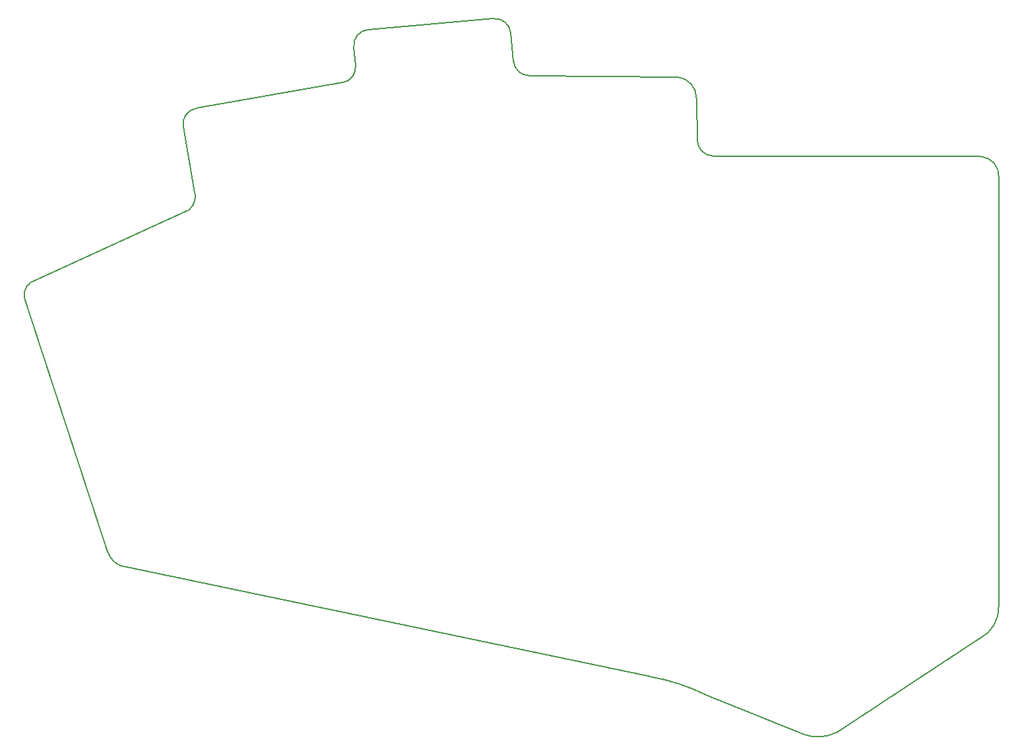
<source format=gm1>
%TF.GenerationSoftware,KiCad,Pcbnew,(6.0.4)*%
%TF.CreationDate,2022-05-15T18:09:05+02:00*%
%TF.ProjectId,battoota,62617474-6f6f-4746-912e-6b696361645f,v1.0.0*%
%TF.SameCoordinates,Original*%
%TF.FileFunction,Profile,NP*%
%FSLAX46Y46*%
G04 Gerber Fmt 4.6, Leading zero omitted, Abs format (unit mm)*
G04 Created by KiCad (PCBNEW (6.0.4)) date 2022-05-15 18:09:05*
%MOMM*%
%LPD*%
G01*
G04 APERTURE LIST*
%TA.AperFunction,Profile*%
%ADD10C,0.150000*%
%TD*%
G04 APERTURE END LIST*
D10*
X61933082Y112680378D02*
X80777935Y116003234D01*
X126173900Y113933708D02*
G75*
G03*
X123633938Y116727707I-2715300J83092D01*
G01*
X40648225Y90267287D02*
G75*
G03*
X40005384Y88049350I1273675J-1571287D01*
G01*
X40648210Y90267305D02*
X61081026Y99669502D01*
X104699526Y116893075D02*
X123633938Y116727707D01*
X127419265Y37368770D02*
G75*
G03*
X120254821Y39713489I-11910965J-24276670D01*
G01*
X102707096Y118718762D02*
G75*
G03*
X104699526Y116893075I1992504J174438D01*
G01*
X162601024Y106517136D02*
X128307140Y106564179D01*
X126278233Y108591104D02*
G75*
G03*
X128307140Y106564179I2083267J56396D01*
G01*
X84024062Y122794691D02*
X100162416Y124206614D01*
X139974096Y32289844D02*
G75*
G03*
X144150515Y32561483I1773304J4977456D01*
G01*
X120254821Y39713489D02*
X52325668Y53916640D01*
X40005384Y88049350D02*
X50640798Y55746836D01*
X50640795Y55746835D02*
G75*
G03*
X52325668Y53916640I2843705J927265D01*
G01*
X139974087Y32289818D02*
X127419262Y37368763D01*
X162549810Y44625400D02*
G75*
G03*
X164962483Y48776415I-2076971J3983847D01*
G01*
X82423028Y118147161D02*
X82205984Y120627990D01*
X61081029Y99669499D02*
G75*
G03*
X61820427Y101762322I-1517329J1713101D01*
G01*
X164962483Y48776415D02*
X164982296Y103812548D01*
X102329128Y122388537D02*
G75*
G03*
X100162416Y124206615I-1992328J-174237D01*
G01*
X144150515Y32561483D02*
X162549810Y44625400D01*
X60310763Y110363466D02*
X61820427Y101762322D01*
X80777936Y116003231D02*
G75*
G03*
X82423029Y118147161I-347236J1969569D01*
G01*
X126278191Y108591103D02*
X126173938Y113933707D01*
X164982245Y103812551D02*
G75*
G03*
X162601024Y106517136I-2535445J168249D01*
G01*
X102329117Y122388536D02*
X102707136Y118718765D01*
X61933072Y112680437D02*
G75*
G03*
X60310764Y110363466I347328J-1969637D01*
G01*
X84024068Y122794623D02*
G75*
G03*
X82205984Y120627991I174232J-1992323D01*
G01*
M02*

</source>
